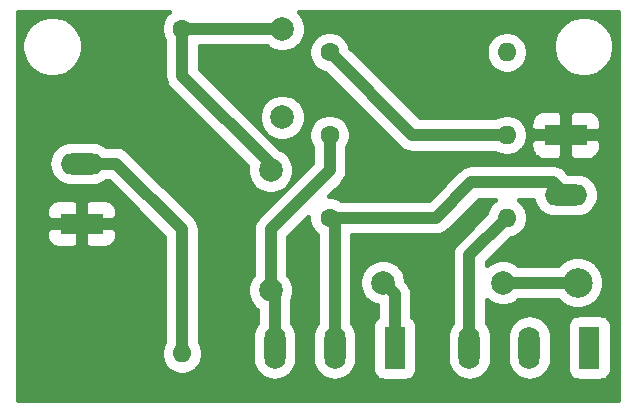
<source format=gbr>
%TF.GenerationSoftware,KiCad,Pcbnew,(5.1.5-0-10_14)*%
%TF.CreationDate,2020-09-13T21:22:45+01:00*%
%TF.ProjectId,BoneRayPCB,426f6e65-5261-4795-9043-422e6b696361,rev?*%
%TF.SameCoordinates,Original*%
%TF.FileFunction,Copper,L2,Bot*%
%TF.FilePolarity,Positive*%
%FSLAX46Y46*%
G04 Gerber Fmt 4.6, Leading zero omitted, Abs format (unit mm)*
G04 Created by KiCad (PCBNEW (5.1.5-0-10_14)) date 2020-09-13 21:22:45*
%MOMM*%
%LPD*%
G04 APERTURE LIST*
%ADD10C,1.998980*%
%ADD11R,3.600000X1.800000*%
%ADD12O,3.600000X1.800000*%
%ADD13R,1.800000X3.600000*%
%ADD14O,1.800000X3.600000*%
%ADD15C,2.499360*%
%ADD16C,2.000000*%
%ADD17C,1.600000*%
%ADD18O,1.600000X1.600000*%
%ADD19C,1.000000*%
%ADD20C,0.400000*%
G04 APERTURE END LIST*
D10*
X182500000Y-111500000D03*
X182500000Y-121660000D03*
D11*
X166500000Y-116000000D03*
D12*
X166500000Y-110920000D03*
D11*
X207500000Y-108500000D03*
D12*
X207500000Y-113580000D03*
D10*
X192000000Y-121000000D03*
X202160000Y-121000000D03*
D13*
X193000000Y-126500000D03*
D14*
X187920000Y-126500000D03*
X182840000Y-126500000D03*
D13*
X209500000Y-126500000D03*
D14*
X204420000Y-126500000D03*
X199340000Y-126500000D03*
D15*
X208500000Y-121000000D03*
D16*
X183500000Y-99500000D03*
X183500000Y-107000000D03*
D17*
X175000000Y-99500000D03*
D18*
X175000000Y-127000000D03*
D17*
X187500000Y-108500000D03*
D18*
X202500000Y-108500000D03*
D17*
X187500000Y-101500000D03*
D18*
X202500000Y-101500000D03*
D17*
X187500000Y-115500000D03*
D18*
X202500000Y-115500000D03*
D19*
X175000000Y-99500000D02*
X183500000Y-99500000D01*
X182500000Y-111500000D02*
X182500000Y-111000000D01*
X182500000Y-111000000D02*
X175000000Y-103500000D01*
X175000000Y-103500000D02*
X175000000Y-99500000D01*
X193000000Y-126500000D02*
X193000000Y-122000000D01*
X193000000Y-122000000D02*
X192000000Y-121000000D01*
X182840000Y-126500000D02*
X182840000Y-122000000D01*
X182840000Y-122000000D02*
X182500000Y-121660000D01*
X182500000Y-121660000D02*
X182500000Y-116500000D01*
X187500000Y-111500000D02*
X187500000Y-108500000D01*
X182500000Y-116500000D02*
X187500000Y-111500000D01*
X202500000Y-108500000D02*
X194500000Y-108500000D01*
X194500000Y-108500000D02*
X187500000Y-101500000D01*
X202160000Y-121000000D02*
X208500000Y-121000000D01*
X187920000Y-126500000D02*
X187920000Y-115920000D01*
X187920000Y-115920000D02*
X187500000Y-115500000D01*
X187500000Y-115500000D02*
X196500000Y-115500000D01*
X206420000Y-112500000D02*
X207500000Y-113580000D01*
X199500000Y-112500000D02*
X206420000Y-112500000D01*
X196500000Y-115500000D02*
X199500000Y-112500000D01*
X187420000Y-115580000D02*
X187500000Y-115500000D01*
X199340000Y-126500000D02*
X199340000Y-118660000D01*
X199340000Y-118660000D02*
X202500000Y-115500000D01*
X175000000Y-127000000D02*
X175000000Y-116500000D01*
X169420000Y-110920000D02*
X166500000Y-110920000D01*
X175000000Y-116500000D02*
X169420000Y-110920000D01*
D20*
G36*
X173852567Y-98101849D02*
G01*
X173601849Y-98352567D01*
X173404861Y-98647380D01*
X173269173Y-98974959D01*
X173200000Y-99322716D01*
X173200000Y-99677284D01*
X173269173Y-100025041D01*
X173404861Y-100352620D01*
X173500001Y-100495007D01*
X173500000Y-103426319D01*
X173492743Y-103500000D01*
X173500000Y-103573679D01*
X173521705Y-103794050D01*
X173607476Y-104076801D01*
X173746762Y-104337386D01*
X173934208Y-104565792D01*
X173991450Y-104612769D01*
X180530579Y-111151899D01*
X180500510Y-111303067D01*
X180500510Y-111696933D01*
X180577349Y-112083230D01*
X180728075Y-112447114D01*
X180946894Y-112774601D01*
X181225399Y-113053106D01*
X181552886Y-113271925D01*
X181916770Y-113422651D01*
X182303067Y-113499490D01*
X182696933Y-113499490D01*
X183083230Y-113422651D01*
X183447114Y-113271925D01*
X183774601Y-113053106D01*
X184053106Y-112774601D01*
X184271925Y-112447114D01*
X184422651Y-112083230D01*
X184499490Y-111696933D01*
X184499490Y-111303067D01*
X184422651Y-110916770D01*
X184271925Y-110552886D01*
X184053106Y-110225399D01*
X183774601Y-109946894D01*
X183447114Y-109728075D01*
X183280297Y-109658977D01*
X180424337Y-106803017D01*
X181500000Y-106803017D01*
X181500000Y-107196983D01*
X181576859Y-107583378D01*
X181727623Y-107947355D01*
X181946499Y-108274926D01*
X182225074Y-108553501D01*
X182552645Y-108772377D01*
X182916622Y-108923141D01*
X183303017Y-109000000D01*
X183696983Y-109000000D01*
X184083378Y-108923141D01*
X184447355Y-108772377D01*
X184774926Y-108553501D01*
X185053501Y-108274926D01*
X185272377Y-107947355D01*
X185423141Y-107583378D01*
X185500000Y-107196983D01*
X185500000Y-106803017D01*
X185423141Y-106416622D01*
X185272377Y-106052645D01*
X185053501Y-105725074D01*
X184774926Y-105446499D01*
X184447355Y-105227623D01*
X184083378Y-105076859D01*
X183696983Y-105000000D01*
X183303017Y-105000000D01*
X182916622Y-105076859D01*
X182552645Y-105227623D01*
X182225074Y-105446499D01*
X181946499Y-105725074D01*
X181727623Y-106052645D01*
X181576859Y-106416622D01*
X181500000Y-106803017D01*
X180424337Y-106803017D01*
X176500000Y-102878681D01*
X176500000Y-101000000D01*
X182171573Y-101000000D01*
X182225074Y-101053501D01*
X182552645Y-101272377D01*
X182916622Y-101423141D01*
X183303017Y-101500000D01*
X183696983Y-101500000D01*
X184083378Y-101423141D01*
X184325825Y-101322716D01*
X185700000Y-101322716D01*
X185700000Y-101677284D01*
X185769173Y-102025041D01*
X185904861Y-102352620D01*
X186101849Y-102647433D01*
X186352567Y-102898151D01*
X186647380Y-103095139D01*
X186974959Y-103230827D01*
X187142917Y-103264236D01*
X193387235Y-109508555D01*
X193434208Y-109565792D01*
X193662613Y-109753238D01*
X193923198Y-109892524D01*
X194060613Y-109934208D01*
X194205948Y-109978295D01*
X194500000Y-110007257D01*
X194573680Y-110000000D01*
X201504995Y-110000000D01*
X201647380Y-110095139D01*
X201974959Y-110230827D01*
X202322716Y-110300000D01*
X202677284Y-110300000D01*
X203025041Y-110230827D01*
X203352620Y-110095139D01*
X203647433Y-109898151D01*
X203898151Y-109647433D01*
X204063480Y-109400000D01*
X204494194Y-109400000D01*
X204517363Y-109635241D01*
X204585981Y-109861442D01*
X204697409Y-110069910D01*
X204847366Y-110252634D01*
X205030090Y-110402591D01*
X205238558Y-110514019D01*
X205464759Y-110582637D01*
X205700000Y-110605806D01*
X206900000Y-110600000D01*
X207200000Y-110300000D01*
X207200000Y-108800000D01*
X207800000Y-108800000D01*
X207800000Y-110300000D01*
X208100000Y-110600000D01*
X209300000Y-110605806D01*
X209535241Y-110582637D01*
X209761442Y-110514019D01*
X209969910Y-110402591D01*
X210152634Y-110252634D01*
X210302591Y-110069910D01*
X210414019Y-109861442D01*
X210482637Y-109635241D01*
X210505806Y-109400000D01*
X210500000Y-109100000D01*
X210200000Y-108800000D01*
X207800000Y-108800000D01*
X207200000Y-108800000D01*
X204800000Y-108800000D01*
X204500000Y-109100000D01*
X204494194Y-109400000D01*
X204063480Y-109400000D01*
X204095139Y-109352620D01*
X204230827Y-109025041D01*
X204300000Y-108677284D01*
X204300000Y-108322716D01*
X204230827Y-107974959D01*
X204095139Y-107647380D01*
X204063481Y-107600000D01*
X204494194Y-107600000D01*
X204500000Y-107900000D01*
X204800000Y-108200000D01*
X207200000Y-108200000D01*
X207200000Y-106700000D01*
X207800000Y-106700000D01*
X207800000Y-108200000D01*
X210200000Y-108200000D01*
X210500000Y-107900000D01*
X210505806Y-107600000D01*
X210482637Y-107364759D01*
X210414019Y-107138558D01*
X210302591Y-106930090D01*
X210152634Y-106747366D01*
X209969910Y-106597409D01*
X209761442Y-106485981D01*
X209535241Y-106417363D01*
X209300000Y-106394194D01*
X208100000Y-106400000D01*
X207800000Y-106700000D01*
X207200000Y-106700000D01*
X206900000Y-106400000D01*
X205700000Y-106394194D01*
X205464759Y-106417363D01*
X205238558Y-106485981D01*
X205030090Y-106597409D01*
X204847366Y-106747366D01*
X204697409Y-106930090D01*
X204585981Y-107138558D01*
X204517363Y-107364759D01*
X204494194Y-107600000D01*
X204063481Y-107600000D01*
X203898151Y-107352567D01*
X203647433Y-107101849D01*
X203352620Y-106904861D01*
X203025041Y-106769173D01*
X202677284Y-106700000D01*
X202322716Y-106700000D01*
X201974959Y-106769173D01*
X201647380Y-106904861D01*
X201504995Y-107000000D01*
X195121320Y-107000000D01*
X189444036Y-101322716D01*
X200700000Y-101322716D01*
X200700000Y-101677284D01*
X200769173Y-102025041D01*
X200904861Y-102352620D01*
X201101849Y-102647433D01*
X201352567Y-102898151D01*
X201647380Y-103095139D01*
X201974959Y-103230827D01*
X202322716Y-103300000D01*
X202677284Y-103300000D01*
X203025041Y-103230827D01*
X203352620Y-103095139D01*
X203647433Y-102898151D01*
X203898151Y-102647433D01*
X204095139Y-102352620D01*
X204230827Y-102025041D01*
X204300000Y-101677284D01*
X204300000Y-101322716D01*
X204230827Y-100974959D01*
X204135129Y-100743922D01*
X206400000Y-100743922D01*
X206400000Y-101256078D01*
X206499917Y-101758392D01*
X206695910Y-102231562D01*
X206980448Y-102657403D01*
X207342597Y-103019552D01*
X207768438Y-103304090D01*
X208241608Y-103500083D01*
X208743922Y-103600000D01*
X209256078Y-103600000D01*
X209758392Y-103500083D01*
X210231562Y-103304090D01*
X210657403Y-103019552D01*
X211019552Y-102657403D01*
X211304090Y-102231562D01*
X211500083Y-101758392D01*
X211600000Y-101256078D01*
X211600000Y-100743922D01*
X211500083Y-100241608D01*
X211304090Y-99768438D01*
X211019552Y-99342597D01*
X210657403Y-98980448D01*
X210231562Y-98695910D01*
X209758392Y-98499917D01*
X209256078Y-98400000D01*
X208743922Y-98400000D01*
X208241608Y-98499917D01*
X207768438Y-98695910D01*
X207342597Y-98980448D01*
X206980448Y-99342597D01*
X206695910Y-99768438D01*
X206499917Y-100241608D01*
X206400000Y-100743922D01*
X204135129Y-100743922D01*
X204095139Y-100647380D01*
X203898151Y-100352567D01*
X203647433Y-100101849D01*
X203352620Y-99904861D01*
X203025041Y-99769173D01*
X202677284Y-99700000D01*
X202322716Y-99700000D01*
X201974959Y-99769173D01*
X201647380Y-99904861D01*
X201352567Y-100101849D01*
X201101849Y-100352567D01*
X200904861Y-100647380D01*
X200769173Y-100974959D01*
X200700000Y-101322716D01*
X189444036Y-101322716D01*
X189264236Y-101142917D01*
X189230827Y-100974959D01*
X189095139Y-100647380D01*
X188898151Y-100352567D01*
X188647433Y-100101849D01*
X188352620Y-99904861D01*
X188025041Y-99769173D01*
X187677284Y-99700000D01*
X187322716Y-99700000D01*
X186974959Y-99769173D01*
X186647380Y-99904861D01*
X186352567Y-100101849D01*
X186101849Y-100352567D01*
X185904861Y-100647380D01*
X185769173Y-100974959D01*
X185700000Y-101322716D01*
X184325825Y-101322716D01*
X184447355Y-101272377D01*
X184774926Y-101053501D01*
X185053501Y-100774926D01*
X185272377Y-100447355D01*
X185423141Y-100083378D01*
X185500000Y-99696983D01*
X185500000Y-99303017D01*
X185423141Y-98916622D01*
X185272377Y-98552645D01*
X185053501Y-98225074D01*
X184903427Y-98075000D01*
X211925000Y-98075000D01*
X211925001Y-130925000D01*
X161075000Y-130925000D01*
X161075000Y-116900000D01*
X163494194Y-116900000D01*
X163517363Y-117135241D01*
X163585981Y-117361442D01*
X163697409Y-117569910D01*
X163847366Y-117752634D01*
X164030090Y-117902591D01*
X164238558Y-118014019D01*
X164464759Y-118082637D01*
X164700000Y-118105806D01*
X165900000Y-118100000D01*
X166200000Y-117800000D01*
X166200000Y-116300000D01*
X166800000Y-116300000D01*
X166800000Y-117800000D01*
X167100000Y-118100000D01*
X168300000Y-118105806D01*
X168535241Y-118082637D01*
X168761442Y-118014019D01*
X168969910Y-117902591D01*
X169152634Y-117752634D01*
X169302591Y-117569910D01*
X169414019Y-117361442D01*
X169482637Y-117135241D01*
X169505806Y-116900000D01*
X169500000Y-116600000D01*
X169200000Y-116300000D01*
X166800000Y-116300000D01*
X166200000Y-116300000D01*
X163800000Y-116300000D01*
X163500000Y-116600000D01*
X163494194Y-116900000D01*
X161075000Y-116900000D01*
X161075000Y-115100000D01*
X163494194Y-115100000D01*
X163500000Y-115400000D01*
X163800000Y-115700000D01*
X166200000Y-115700000D01*
X166200000Y-114200000D01*
X166800000Y-114200000D01*
X166800000Y-115700000D01*
X169200000Y-115700000D01*
X169500000Y-115400000D01*
X169505806Y-115100000D01*
X169482637Y-114864759D01*
X169414019Y-114638558D01*
X169302591Y-114430090D01*
X169152634Y-114247366D01*
X168969910Y-114097409D01*
X168761442Y-113985981D01*
X168535241Y-113917363D01*
X168300000Y-113894194D01*
X167100000Y-113900000D01*
X166800000Y-114200000D01*
X166200000Y-114200000D01*
X165900000Y-113900000D01*
X164700000Y-113894194D01*
X164464759Y-113917363D01*
X164238558Y-113985981D01*
X164030090Y-114097409D01*
X163847366Y-114247366D01*
X163697409Y-114430090D01*
X163585981Y-114638558D01*
X163517363Y-114864759D01*
X163494194Y-115100000D01*
X161075000Y-115100000D01*
X161075000Y-110920000D01*
X163690807Y-110920000D01*
X163727492Y-111292465D01*
X163836136Y-111650617D01*
X164012564Y-111980691D01*
X164249997Y-112270003D01*
X164539309Y-112507436D01*
X164869383Y-112683864D01*
X165227535Y-112792508D01*
X165506663Y-112820000D01*
X167493337Y-112820000D01*
X167772465Y-112792508D01*
X168130617Y-112683864D01*
X168460691Y-112507436D01*
X168567232Y-112420000D01*
X168798681Y-112420000D01*
X173500001Y-117121322D01*
X173500000Y-126004994D01*
X173404861Y-126147380D01*
X173269173Y-126474959D01*
X173200000Y-126822716D01*
X173200000Y-127177284D01*
X173269173Y-127525041D01*
X173404861Y-127852620D01*
X173601849Y-128147433D01*
X173852567Y-128398151D01*
X174147380Y-128595139D01*
X174474959Y-128730827D01*
X174822716Y-128800000D01*
X175177284Y-128800000D01*
X175525041Y-128730827D01*
X175852620Y-128595139D01*
X176147433Y-128398151D01*
X176398151Y-128147433D01*
X176595139Y-127852620D01*
X176730827Y-127525041D01*
X176800000Y-127177284D01*
X176800000Y-126822716D01*
X176730827Y-126474959D01*
X176595139Y-126147380D01*
X176500000Y-126004995D01*
X176500000Y-121463067D01*
X180500510Y-121463067D01*
X180500510Y-121856933D01*
X180577349Y-122243230D01*
X180728075Y-122607114D01*
X180946894Y-122934601D01*
X181225399Y-123213106D01*
X181340001Y-123289680D01*
X181340000Y-124432769D01*
X181252565Y-124539309D01*
X181076137Y-124869383D01*
X180967493Y-125227535D01*
X180940000Y-125506663D01*
X180940000Y-127493336D01*
X180967492Y-127772464D01*
X181076136Y-128130616D01*
X181252564Y-128460691D01*
X181489997Y-128750003D01*
X181779309Y-128987436D01*
X182109383Y-129163864D01*
X182467535Y-129272508D01*
X182840000Y-129309193D01*
X183212464Y-129272508D01*
X183570616Y-129163864D01*
X183900691Y-128987436D01*
X184190003Y-128750003D01*
X184427436Y-128460691D01*
X184603864Y-128130617D01*
X184712508Y-127772465D01*
X184740000Y-127493337D01*
X184740000Y-125506663D01*
X184712508Y-125227535D01*
X184603864Y-124869383D01*
X184427436Y-124539309D01*
X184340000Y-124432768D01*
X184340000Y-122442767D01*
X184422651Y-122243230D01*
X184499490Y-121856933D01*
X184499490Y-121463067D01*
X184422651Y-121076770D01*
X184271925Y-120712886D01*
X184053106Y-120385399D01*
X184000000Y-120332293D01*
X184000000Y-117121319D01*
X185700000Y-115421319D01*
X185700000Y-115677284D01*
X185769173Y-116025041D01*
X185904861Y-116352620D01*
X186101849Y-116647433D01*
X186352567Y-116898151D01*
X186420001Y-116943209D01*
X186420000Y-124432769D01*
X186332565Y-124539309D01*
X186156137Y-124869383D01*
X186047493Y-125227535D01*
X186020000Y-125506663D01*
X186020000Y-127493336D01*
X186047492Y-127772464D01*
X186156136Y-128130616D01*
X186332564Y-128460691D01*
X186569997Y-128750003D01*
X186859309Y-128987436D01*
X187189383Y-129163864D01*
X187547535Y-129272508D01*
X187920000Y-129309193D01*
X188292464Y-129272508D01*
X188650616Y-129163864D01*
X188980691Y-128987436D01*
X189270003Y-128750003D01*
X189507436Y-128460691D01*
X189683864Y-128130617D01*
X189792508Y-127772465D01*
X189820000Y-127493337D01*
X189820000Y-125506663D01*
X189792508Y-125227535D01*
X189683864Y-124869383D01*
X189507436Y-124539309D01*
X189420000Y-124432768D01*
X189420000Y-120803067D01*
X190000510Y-120803067D01*
X190000510Y-121196933D01*
X190077349Y-121583230D01*
X190228075Y-121947114D01*
X190446894Y-122274601D01*
X190725399Y-122553106D01*
X191052886Y-122771925D01*
X191416770Y-122922651D01*
X191500001Y-122939207D01*
X191500001Y-123898764D01*
X191389472Y-123989472D01*
X191264508Y-124141742D01*
X191171651Y-124315465D01*
X191114470Y-124503966D01*
X191095162Y-124700000D01*
X191095162Y-128300000D01*
X191114470Y-128496034D01*
X191171651Y-128684535D01*
X191264508Y-128858258D01*
X191389472Y-129010528D01*
X191541742Y-129135492D01*
X191715465Y-129228349D01*
X191903966Y-129285530D01*
X192100000Y-129304838D01*
X193900000Y-129304838D01*
X194096034Y-129285530D01*
X194284535Y-129228349D01*
X194458258Y-129135492D01*
X194610528Y-129010528D01*
X194735492Y-128858258D01*
X194828349Y-128684535D01*
X194885530Y-128496034D01*
X194904838Y-128300000D01*
X194904838Y-124700000D01*
X194885530Y-124503966D01*
X194828349Y-124315465D01*
X194735492Y-124141742D01*
X194610528Y-123989472D01*
X194500000Y-123898765D01*
X194500000Y-122073680D01*
X194507257Y-122000000D01*
X194478295Y-121705949D01*
X194392524Y-121423197D01*
X194253238Y-121162613D01*
X194188064Y-121083198D01*
X194065792Y-120934208D01*
X194008555Y-120887235D01*
X193999490Y-120878170D01*
X193999490Y-120803067D01*
X193922651Y-120416770D01*
X193771925Y-120052886D01*
X193553106Y-119725399D01*
X193274601Y-119446894D01*
X192947114Y-119228075D01*
X192583230Y-119077349D01*
X192196933Y-119000510D01*
X191803067Y-119000510D01*
X191416770Y-119077349D01*
X191052886Y-119228075D01*
X190725399Y-119446894D01*
X190446894Y-119725399D01*
X190228075Y-120052886D01*
X190077349Y-120416770D01*
X190000510Y-120803067D01*
X189420000Y-120803067D01*
X189420000Y-117000000D01*
X196426320Y-117000000D01*
X196500000Y-117007257D01*
X196573680Y-117000000D01*
X196794051Y-116978295D01*
X197076802Y-116892524D01*
X197337387Y-116753238D01*
X197565792Y-116565792D01*
X197612769Y-116508550D01*
X200121321Y-114000000D01*
X201504995Y-114000000D01*
X201352567Y-114101849D01*
X201101849Y-114352567D01*
X200904861Y-114647380D01*
X200769173Y-114974959D01*
X200735764Y-115142916D01*
X198331445Y-117547236D01*
X198274209Y-117594208D01*
X198086763Y-117822613D01*
X197984454Y-118014019D01*
X197947477Y-118083198D01*
X197861705Y-118365949D01*
X197832743Y-118660000D01*
X197840001Y-118733690D01*
X197840000Y-124432769D01*
X197752565Y-124539309D01*
X197576137Y-124869383D01*
X197467493Y-125227535D01*
X197440000Y-125506663D01*
X197440000Y-127493336D01*
X197467492Y-127772464D01*
X197576136Y-128130616D01*
X197752564Y-128460691D01*
X197989997Y-128750003D01*
X198279309Y-128987436D01*
X198609383Y-129163864D01*
X198967535Y-129272508D01*
X199340000Y-129309193D01*
X199712464Y-129272508D01*
X200070616Y-129163864D01*
X200400691Y-128987436D01*
X200690003Y-128750003D01*
X200927436Y-128460691D01*
X201103864Y-128130617D01*
X201212508Y-127772465D01*
X201240000Y-127493337D01*
X201240000Y-125506663D01*
X202520000Y-125506663D01*
X202520000Y-127493336D01*
X202547492Y-127772464D01*
X202656136Y-128130616D01*
X202832564Y-128460691D01*
X203069997Y-128750003D01*
X203359309Y-128987436D01*
X203689383Y-129163864D01*
X204047535Y-129272508D01*
X204420000Y-129309193D01*
X204792464Y-129272508D01*
X205150616Y-129163864D01*
X205480691Y-128987436D01*
X205770003Y-128750003D01*
X206007436Y-128460691D01*
X206183864Y-128130617D01*
X206292508Y-127772465D01*
X206320000Y-127493337D01*
X206320000Y-125506663D01*
X206292508Y-125227535D01*
X206183864Y-124869383D01*
X206093328Y-124700000D01*
X207595162Y-124700000D01*
X207595162Y-128300000D01*
X207614470Y-128496034D01*
X207671651Y-128684535D01*
X207764508Y-128858258D01*
X207889472Y-129010528D01*
X208041742Y-129135492D01*
X208215465Y-129228349D01*
X208403966Y-129285530D01*
X208600000Y-129304838D01*
X210400000Y-129304838D01*
X210596034Y-129285530D01*
X210784535Y-129228349D01*
X210958258Y-129135492D01*
X211110528Y-129010528D01*
X211235492Y-128858258D01*
X211328349Y-128684535D01*
X211385530Y-128496034D01*
X211404838Y-128300000D01*
X211404838Y-124700000D01*
X211385530Y-124503966D01*
X211328349Y-124315465D01*
X211235492Y-124141742D01*
X211110528Y-123989472D01*
X210958258Y-123864508D01*
X210784535Y-123771651D01*
X210596034Y-123714470D01*
X210400000Y-123695162D01*
X208600000Y-123695162D01*
X208403966Y-123714470D01*
X208215465Y-123771651D01*
X208041742Y-123864508D01*
X207889472Y-123989472D01*
X207764508Y-124141742D01*
X207671651Y-124315465D01*
X207614470Y-124503966D01*
X207595162Y-124700000D01*
X206093328Y-124700000D01*
X206007436Y-124539309D01*
X205770003Y-124249997D01*
X205480691Y-124012564D01*
X205150617Y-123836136D01*
X204792465Y-123727492D01*
X204420000Y-123690807D01*
X204047536Y-123727492D01*
X203689384Y-123836136D01*
X203359310Y-124012564D01*
X203069998Y-124249997D01*
X202832565Y-124539309D01*
X202656137Y-124869383D01*
X202547493Y-125227535D01*
X202520000Y-125506663D01*
X201240000Y-125506663D01*
X201212508Y-125227535D01*
X201103864Y-124869383D01*
X200927436Y-124539309D01*
X200840000Y-124432768D01*
X200840000Y-122507707D01*
X200885399Y-122553106D01*
X201212886Y-122771925D01*
X201576770Y-122922651D01*
X201963067Y-122999490D01*
X202356933Y-122999490D01*
X202743230Y-122922651D01*
X203107114Y-122771925D01*
X203434601Y-122553106D01*
X203487707Y-122500000D01*
X206818473Y-122500000D01*
X207065913Y-122747440D01*
X207434377Y-122993640D01*
X207843793Y-123163226D01*
X208278426Y-123249680D01*
X208721574Y-123249680D01*
X209156207Y-123163226D01*
X209565623Y-122993640D01*
X209934087Y-122747440D01*
X210247440Y-122434087D01*
X210493640Y-122065623D01*
X210663226Y-121656207D01*
X210749680Y-121221574D01*
X210749680Y-120778426D01*
X210663226Y-120343793D01*
X210493640Y-119934377D01*
X210247440Y-119565913D01*
X209934087Y-119252560D01*
X209565623Y-119006360D01*
X209156207Y-118836774D01*
X208721574Y-118750320D01*
X208278426Y-118750320D01*
X207843793Y-118836774D01*
X207434377Y-119006360D01*
X207065913Y-119252560D01*
X206818473Y-119500000D01*
X203487707Y-119500000D01*
X203434601Y-119446894D01*
X203107114Y-119228075D01*
X202743230Y-119077349D01*
X202356933Y-119000510D01*
X201963067Y-119000510D01*
X201576770Y-119077349D01*
X201212886Y-119228075D01*
X200885399Y-119446894D01*
X200840000Y-119492293D01*
X200840000Y-119281319D01*
X202857084Y-117264236D01*
X203025041Y-117230827D01*
X203352620Y-117095139D01*
X203647433Y-116898151D01*
X203898151Y-116647433D01*
X204095139Y-116352620D01*
X204230827Y-116025041D01*
X204300000Y-115677284D01*
X204300000Y-115322716D01*
X204230827Y-114974959D01*
X204095139Y-114647380D01*
X203898151Y-114352567D01*
X203647433Y-114101849D01*
X203495005Y-114000000D01*
X204741912Y-114000000D01*
X204836136Y-114310617D01*
X205012564Y-114640691D01*
X205249997Y-114930003D01*
X205539309Y-115167436D01*
X205869383Y-115343864D01*
X206227535Y-115452508D01*
X206506663Y-115480000D01*
X208493337Y-115480000D01*
X208772465Y-115452508D01*
X209130617Y-115343864D01*
X209460691Y-115167436D01*
X209750003Y-114930003D01*
X209987436Y-114640691D01*
X210163864Y-114310617D01*
X210272508Y-113952465D01*
X210309193Y-113580000D01*
X210272508Y-113207535D01*
X210163864Y-112849383D01*
X209987436Y-112519309D01*
X209750003Y-112229997D01*
X209460691Y-111992564D01*
X209130617Y-111816136D01*
X208772465Y-111707492D01*
X208493337Y-111680000D01*
X207721319Y-111680000D01*
X207532768Y-111491449D01*
X207485792Y-111434208D01*
X207257387Y-111246762D01*
X206996802Y-111107476D01*
X206714051Y-111021705D01*
X206493680Y-111000000D01*
X206420000Y-110992743D01*
X206346320Y-111000000D01*
X199573680Y-111000000D01*
X199500000Y-110992743D01*
X199426320Y-111000000D01*
X199205949Y-111021705D01*
X198923198Y-111107476D01*
X198662613Y-111246762D01*
X198434208Y-111434208D01*
X198387240Y-111491439D01*
X195878681Y-114000000D01*
X188495005Y-114000000D01*
X188352620Y-113904861D01*
X188025041Y-113769173D01*
X187677284Y-113700000D01*
X187421320Y-113700000D01*
X188508557Y-112612763D01*
X188565792Y-112565792D01*
X188753238Y-112337387D01*
X188892524Y-112076802D01*
X188978295Y-111794051D01*
X189000000Y-111573680D01*
X189000000Y-111573679D01*
X189007257Y-111500000D01*
X189000000Y-111426320D01*
X189000000Y-109495005D01*
X189095139Y-109352620D01*
X189230827Y-109025041D01*
X189300000Y-108677284D01*
X189300000Y-108322716D01*
X189230827Y-107974959D01*
X189095139Y-107647380D01*
X188898151Y-107352567D01*
X188647433Y-107101849D01*
X188352620Y-106904861D01*
X188025041Y-106769173D01*
X187677284Y-106700000D01*
X187322716Y-106700000D01*
X186974959Y-106769173D01*
X186647380Y-106904861D01*
X186352567Y-107101849D01*
X186101849Y-107352567D01*
X185904861Y-107647380D01*
X185769173Y-107974959D01*
X185700000Y-108322716D01*
X185700000Y-108677284D01*
X185769173Y-109025041D01*
X185904861Y-109352620D01*
X186000001Y-109495006D01*
X186000000Y-110878680D01*
X181491445Y-115387236D01*
X181434209Y-115434208D01*
X181246763Y-115662613D01*
X181176508Y-115794051D01*
X181107477Y-115923198D01*
X181021705Y-116205949D01*
X180992743Y-116500000D01*
X181000001Y-116573690D01*
X181000000Y-120332293D01*
X180946894Y-120385399D01*
X180728075Y-120712886D01*
X180577349Y-121076770D01*
X180500510Y-121463067D01*
X176500000Y-121463067D01*
X176500000Y-116573680D01*
X176507257Y-116500000D01*
X176478295Y-116205949D01*
X176392524Y-115923198D01*
X176253238Y-115662613D01*
X176065792Y-115434208D01*
X176008561Y-115387240D01*
X170532769Y-109911450D01*
X170485792Y-109854208D01*
X170257387Y-109666762D01*
X169996802Y-109527476D01*
X169714051Y-109441705D01*
X169493680Y-109420000D01*
X169420000Y-109412743D01*
X169346320Y-109420000D01*
X168567232Y-109420000D01*
X168460691Y-109332564D01*
X168130617Y-109156136D01*
X167772465Y-109047492D01*
X167493337Y-109020000D01*
X165506663Y-109020000D01*
X165227535Y-109047492D01*
X164869383Y-109156136D01*
X164539309Y-109332564D01*
X164249997Y-109569997D01*
X164012564Y-109859309D01*
X163836136Y-110189383D01*
X163727492Y-110547535D01*
X163690807Y-110920000D01*
X161075000Y-110920000D01*
X161075000Y-100743922D01*
X161400000Y-100743922D01*
X161400000Y-101256078D01*
X161499917Y-101758392D01*
X161695910Y-102231562D01*
X161980448Y-102657403D01*
X162342597Y-103019552D01*
X162768438Y-103304090D01*
X163241608Y-103500083D01*
X163743922Y-103600000D01*
X164256078Y-103600000D01*
X164758392Y-103500083D01*
X165231562Y-103304090D01*
X165657403Y-103019552D01*
X166019552Y-102657403D01*
X166304090Y-102231562D01*
X166500083Y-101758392D01*
X166600000Y-101256078D01*
X166600000Y-100743922D01*
X166500083Y-100241608D01*
X166304090Y-99768438D01*
X166019552Y-99342597D01*
X165657403Y-98980448D01*
X165231562Y-98695910D01*
X164758392Y-98499917D01*
X164256078Y-98400000D01*
X163743922Y-98400000D01*
X163241608Y-98499917D01*
X162768438Y-98695910D01*
X162342597Y-98980448D01*
X161980448Y-99342597D01*
X161695910Y-99768438D01*
X161499917Y-100241608D01*
X161400000Y-100743922D01*
X161075000Y-100743922D01*
X161075000Y-98075000D01*
X173892749Y-98075000D01*
X173852567Y-98101849D01*
G37*
X173852567Y-98101849D02*
X173601849Y-98352567D01*
X173404861Y-98647380D01*
X173269173Y-98974959D01*
X173200000Y-99322716D01*
X173200000Y-99677284D01*
X173269173Y-100025041D01*
X173404861Y-100352620D01*
X173500001Y-100495007D01*
X173500000Y-103426319D01*
X173492743Y-103500000D01*
X173500000Y-103573679D01*
X173521705Y-103794050D01*
X173607476Y-104076801D01*
X173746762Y-104337386D01*
X173934208Y-104565792D01*
X173991450Y-104612769D01*
X180530579Y-111151899D01*
X180500510Y-111303067D01*
X180500510Y-111696933D01*
X180577349Y-112083230D01*
X180728075Y-112447114D01*
X180946894Y-112774601D01*
X181225399Y-113053106D01*
X181552886Y-113271925D01*
X181916770Y-113422651D01*
X182303067Y-113499490D01*
X182696933Y-113499490D01*
X183083230Y-113422651D01*
X183447114Y-113271925D01*
X183774601Y-113053106D01*
X184053106Y-112774601D01*
X184271925Y-112447114D01*
X184422651Y-112083230D01*
X184499490Y-111696933D01*
X184499490Y-111303067D01*
X184422651Y-110916770D01*
X184271925Y-110552886D01*
X184053106Y-110225399D01*
X183774601Y-109946894D01*
X183447114Y-109728075D01*
X183280297Y-109658977D01*
X180424337Y-106803017D01*
X181500000Y-106803017D01*
X181500000Y-107196983D01*
X181576859Y-107583378D01*
X181727623Y-107947355D01*
X181946499Y-108274926D01*
X182225074Y-108553501D01*
X182552645Y-108772377D01*
X182916622Y-108923141D01*
X183303017Y-109000000D01*
X183696983Y-109000000D01*
X184083378Y-108923141D01*
X184447355Y-108772377D01*
X184774926Y-108553501D01*
X185053501Y-108274926D01*
X185272377Y-107947355D01*
X185423141Y-107583378D01*
X185500000Y-107196983D01*
X185500000Y-106803017D01*
X185423141Y-106416622D01*
X185272377Y-106052645D01*
X185053501Y-105725074D01*
X184774926Y-105446499D01*
X184447355Y-105227623D01*
X184083378Y-105076859D01*
X183696983Y-105000000D01*
X183303017Y-105000000D01*
X182916622Y-105076859D01*
X182552645Y-105227623D01*
X182225074Y-105446499D01*
X181946499Y-105725074D01*
X181727623Y-106052645D01*
X181576859Y-106416622D01*
X181500000Y-106803017D01*
X180424337Y-106803017D01*
X176500000Y-102878681D01*
X176500000Y-101000000D01*
X182171573Y-101000000D01*
X182225074Y-101053501D01*
X182552645Y-101272377D01*
X182916622Y-101423141D01*
X183303017Y-101500000D01*
X183696983Y-101500000D01*
X184083378Y-101423141D01*
X184325825Y-101322716D01*
X185700000Y-101322716D01*
X185700000Y-101677284D01*
X185769173Y-102025041D01*
X185904861Y-102352620D01*
X186101849Y-102647433D01*
X186352567Y-102898151D01*
X186647380Y-103095139D01*
X186974959Y-103230827D01*
X187142917Y-103264236D01*
X193387235Y-109508555D01*
X193434208Y-109565792D01*
X193662613Y-109753238D01*
X193923198Y-109892524D01*
X194060613Y-109934208D01*
X194205948Y-109978295D01*
X194500000Y-110007257D01*
X194573680Y-110000000D01*
X201504995Y-110000000D01*
X201647380Y-110095139D01*
X201974959Y-110230827D01*
X202322716Y-110300000D01*
X202677284Y-110300000D01*
X203025041Y-110230827D01*
X203352620Y-110095139D01*
X203647433Y-109898151D01*
X203898151Y-109647433D01*
X204063480Y-109400000D01*
X204494194Y-109400000D01*
X204517363Y-109635241D01*
X204585981Y-109861442D01*
X204697409Y-110069910D01*
X204847366Y-110252634D01*
X205030090Y-110402591D01*
X205238558Y-110514019D01*
X205464759Y-110582637D01*
X205700000Y-110605806D01*
X206900000Y-110600000D01*
X207200000Y-110300000D01*
X207200000Y-108800000D01*
X207800000Y-108800000D01*
X207800000Y-110300000D01*
X208100000Y-110600000D01*
X209300000Y-110605806D01*
X209535241Y-110582637D01*
X209761442Y-110514019D01*
X209969910Y-110402591D01*
X210152634Y-110252634D01*
X210302591Y-110069910D01*
X210414019Y-109861442D01*
X210482637Y-109635241D01*
X210505806Y-109400000D01*
X210500000Y-109100000D01*
X210200000Y-108800000D01*
X207800000Y-108800000D01*
X207200000Y-108800000D01*
X204800000Y-108800000D01*
X204500000Y-109100000D01*
X204494194Y-109400000D01*
X204063480Y-109400000D01*
X204095139Y-109352620D01*
X204230827Y-109025041D01*
X204300000Y-108677284D01*
X204300000Y-108322716D01*
X204230827Y-107974959D01*
X204095139Y-107647380D01*
X204063481Y-107600000D01*
X204494194Y-107600000D01*
X204500000Y-107900000D01*
X204800000Y-108200000D01*
X207200000Y-108200000D01*
X207200000Y-106700000D01*
X207800000Y-106700000D01*
X207800000Y-108200000D01*
X210200000Y-108200000D01*
X210500000Y-107900000D01*
X210505806Y-107600000D01*
X210482637Y-107364759D01*
X210414019Y-107138558D01*
X210302591Y-106930090D01*
X210152634Y-106747366D01*
X209969910Y-106597409D01*
X209761442Y-106485981D01*
X209535241Y-106417363D01*
X209300000Y-106394194D01*
X208100000Y-106400000D01*
X207800000Y-106700000D01*
X207200000Y-106700000D01*
X206900000Y-106400000D01*
X205700000Y-106394194D01*
X205464759Y-106417363D01*
X205238558Y-106485981D01*
X205030090Y-106597409D01*
X204847366Y-106747366D01*
X204697409Y-106930090D01*
X204585981Y-107138558D01*
X204517363Y-107364759D01*
X204494194Y-107600000D01*
X204063481Y-107600000D01*
X203898151Y-107352567D01*
X203647433Y-107101849D01*
X203352620Y-106904861D01*
X203025041Y-106769173D01*
X202677284Y-106700000D01*
X202322716Y-106700000D01*
X201974959Y-106769173D01*
X201647380Y-106904861D01*
X201504995Y-107000000D01*
X195121320Y-107000000D01*
X189444036Y-101322716D01*
X200700000Y-101322716D01*
X200700000Y-101677284D01*
X200769173Y-102025041D01*
X200904861Y-102352620D01*
X201101849Y-102647433D01*
X201352567Y-102898151D01*
X201647380Y-103095139D01*
X201974959Y-103230827D01*
X202322716Y-103300000D01*
X202677284Y-103300000D01*
X203025041Y-103230827D01*
X203352620Y-103095139D01*
X203647433Y-102898151D01*
X203898151Y-102647433D01*
X204095139Y-102352620D01*
X204230827Y-102025041D01*
X204300000Y-101677284D01*
X204300000Y-101322716D01*
X204230827Y-100974959D01*
X204135129Y-100743922D01*
X206400000Y-100743922D01*
X206400000Y-101256078D01*
X206499917Y-101758392D01*
X206695910Y-102231562D01*
X206980448Y-102657403D01*
X207342597Y-103019552D01*
X207768438Y-103304090D01*
X208241608Y-103500083D01*
X208743922Y-103600000D01*
X209256078Y-103600000D01*
X209758392Y-103500083D01*
X210231562Y-103304090D01*
X210657403Y-103019552D01*
X211019552Y-102657403D01*
X211304090Y-102231562D01*
X211500083Y-101758392D01*
X211600000Y-101256078D01*
X211600000Y-100743922D01*
X211500083Y-100241608D01*
X211304090Y-99768438D01*
X211019552Y-99342597D01*
X210657403Y-98980448D01*
X210231562Y-98695910D01*
X209758392Y-98499917D01*
X209256078Y-98400000D01*
X208743922Y-98400000D01*
X208241608Y-98499917D01*
X207768438Y-98695910D01*
X207342597Y-98980448D01*
X206980448Y-99342597D01*
X206695910Y-99768438D01*
X206499917Y-100241608D01*
X206400000Y-100743922D01*
X204135129Y-100743922D01*
X204095139Y-100647380D01*
X203898151Y-100352567D01*
X203647433Y-100101849D01*
X203352620Y-99904861D01*
X203025041Y-99769173D01*
X202677284Y-99700000D01*
X202322716Y-99700000D01*
X201974959Y-99769173D01*
X201647380Y-99904861D01*
X201352567Y-100101849D01*
X201101849Y-100352567D01*
X200904861Y-100647380D01*
X200769173Y-100974959D01*
X200700000Y-101322716D01*
X189444036Y-101322716D01*
X189264236Y-101142917D01*
X189230827Y-100974959D01*
X189095139Y-100647380D01*
X188898151Y-100352567D01*
X188647433Y-100101849D01*
X188352620Y-99904861D01*
X188025041Y-99769173D01*
X187677284Y-99700000D01*
X187322716Y-99700000D01*
X186974959Y-99769173D01*
X186647380Y-99904861D01*
X186352567Y-100101849D01*
X186101849Y-100352567D01*
X185904861Y-100647380D01*
X185769173Y-100974959D01*
X185700000Y-101322716D01*
X184325825Y-101322716D01*
X184447355Y-101272377D01*
X184774926Y-101053501D01*
X185053501Y-100774926D01*
X185272377Y-100447355D01*
X185423141Y-100083378D01*
X185500000Y-99696983D01*
X185500000Y-99303017D01*
X185423141Y-98916622D01*
X185272377Y-98552645D01*
X185053501Y-98225074D01*
X184903427Y-98075000D01*
X211925000Y-98075000D01*
X211925001Y-130925000D01*
X161075000Y-130925000D01*
X161075000Y-116900000D01*
X163494194Y-116900000D01*
X163517363Y-117135241D01*
X163585981Y-117361442D01*
X163697409Y-117569910D01*
X163847366Y-117752634D01*
X164030090Y-117902591D01*
X164238558Y-118014019D01*
X164464759Y-118082637D01*
X164700000Y-118105806D01*
X165900000Y-118100000D01*
X166200000Y-117800000D01*
X166200000Y-116300000D01*
X166800000Y-116300000D01*
X166800000Y-117800000D01*
X167100000Y-118100000D01*
X168300000Y-118105806D01*
X168535241Y-118082637D01*
X168761442Y-118014019D01*
X168969910Y-117902591D01*
X169152634Y-117752634D01*
X169302591Y-117569910D01*
X169414019Y-117361442D01*
X169482637Y-117135241D01*
X169505806Y-116900000D01*
X169500000Y-116600000D01*
X169200000Y-116300000D01*
X166800000Y-116300000D01*
X166200000Y-116300000D01*
X163800000Y-116300000D01*
X163500000Y-116600000D01*
X163494194Y-116900000D01*
X161075000Y-116900000D01*
X161075000Y-115100000D01*
X163494194Y-115100000D01*
X163500000Y-115400000D01*
X163800000Y-115700000D01*
X166200000Y-115700000D01*
X166200000Y-114200000D01*
X166800000Y-114200000D01*
X166800000Y-115700000D01*
X169200000Y-115700000D01*
X169500000Y-115400000D01*
X169505806Y-115100000D01*
X169482637Y-114864759D01*
X169414019Y-114638558D01*
X169302591Y-114430090D01*
X169152634Y-114247366D01*
X168969910Y-114097409D01*
X168761442Y-113985981D01*
X168535241Y-113917363D01*
X168300000Y-113894194D01*
X167100000Y-113900000D01*
X166800000Y-114200000D01*
X166200000Y-114200000D01*
X165900000Y-113900000D01*
X164700000Y-113894194D01*
X164464759Y-113917363D01*
X164238558Y-113985981D01*
X164030090Y-114097409D01*
X163847366Y-114247366D01*
X163697409Y-114430090D01*
X163585981Y-114638558D01*
X163517363Y-114864759D01*
X163494194Y-115100000D01*
X161075000Y-115100000D01*
X161075000Y-110920000D01*
X163690807Y-110920000D01*
X163727492Y-111292465D01*
X163836136Y-111650617D01*
X164012564Y-111980691D01*
X164249997Y-112270003D01*
X164539309Y-112507436D01*
X164869383Y-112683864D01*
X165227535Y-112792508D01*
X165506663Y-112820000D01*
X167493337Y-112820000D01*
X167772465Y-112792508D01*
X168130617Y-112683864D01*
X168460691Y-112507436D01*
X168567232Y-112420000D01*
X168798681Y-112420000D01*
X173500001Y-117121322D01*
X173500000Y-126004994D01*
X173404861Y-126147380D01*
X173269173Y-126474959D01*
X173200000Y-126822716D01*
X173200000Y-127177284D01*
X173269173Y-127525041D01*
X173404861Y-127852620D01*
X173601849Y-128147433D01*
X173852567Y-128398151D01*
X174147380Y-128595139D01*
X174474959Y-128730827D01*
X174822716Y-128800000D01*
X175177284Y-128800000D01*
X175525041Y-128730827D01*
X175852620Y-128595139D01*
X176147433Y-128398151D01*
X176398151Y-128147433D01*
X176595139Y-127852620D01*
X176730827Y-127525041D01*
X176800000Y-127177284D01*
X176800000Y-126822716D01*
X176730827Y-126474959D01*
X176595139Y-126147380D01*
X176500000Y-126004995D01*
X176500000Y-121463067D01*
X180500510Y-121463067D01*
X180500510Y-121856933D01*
X180577349Y-122243230D01*
X180728075Y-122607114D01*
X180946894Y-122934601D01*
X181225399Y-123213106D01*
X181340001Y-123289680D01*
X181340000Y-124432769D01*
X181252565Y-124539309D01*
X181076137Y-124869383D01*
X180967493Y-125227535D01*
X180940000Y-125506663D01*
X180940000Y-127493336D01*
X180967492Y-127772464D01*
X181076136Y-128130616D01*
X181252564Y-128460691D01*
X181489997Y-128750003D01*
X181779309Y-128987436D01*
X182109383Y-129163864D01*
X182467535Y-129272508D01*
X182840000Y-129309193D01*
X183212464Y-129272508D01*
X183570616Y-129163864D01*
X183900691Y-128987436D01*
X184190003Y-128750003D01*
X184427436Y-128460691D01*
X184603864Y-128130617D01*
X184712508Y-127772465D01*
X184740000Y-127493337D01*
X184740000Y-125506663D01*
X184712508Y-125227535D01*
X184603864Y-124869383D01*
X184427436Y-124539309D01*
X184340000Y-124432768D01*
X184340000Y-122442767D01*
X184422651Y-122243230D01*
X184499490Y-121856933D01*
X184499490Y-121463067D01*
X184422651Y-121076770D01*
X184271925Y-120712886D01*
X184053106Y-120385399D01*
X184000000Y-120332293D01*
X184000000Y-117121319D01*
X185700000Y-115421319D01*
X185700000Y-115677284D01*
X185769173Y-116025041D01*
X185904861Y-116352620D01*
X186101849Y-116647433D01*
X186352567Y-116898151D01*
X186420001Y-116943209D01*
X186420000Y-124432769D01*
X186332565Y-124539309D01*
X186156137Y-124869383D01*
X186047493Y-125227535D01*
X186020000Y-125506663D01*
X186020000Y-127493336D01*
X186047492Y-127772464D01*
X186156136Y-128130616D01*
X186332564Y-128460691D01*
X186569997Y-128750003D01*
X186859309Y-128987436D01*
X187189383Y-129163864D01*
X187547535Y-129272508D01*
X187920000Y-129309193D01*
X188292464Y-129272508D01*
X188650616Y-129163864D01*
X188980691Y-128987436D01*
X189270003Y-128750003D01*
X189507436Y-128460691D01*
X189683864Y-128130617D01*
X189792508Y-127772465D01*
X189820000Y-127493337D01*
X189820000Y-125506663D01*
X189792508Y-125227535D01*
X189683864Y-124869383D01*
X189507436Y-124539309D01*
X189420000Y-124432768D01*
X189420000Y-120803067D01*
X190000510Y-120803067D01*
X190000510Y-121196933D01*
X190077349Y-121583230D01*
X190228075Y-121947114D01*
X190446894Y-122274601D01*
X190725399Y-122553106D01*
X191052886Y-122771925D01*
X191416770Y-122922651D01*
X191500001Y-122939207D01*
X191500001Y-123898764D01*
X191389472Y-123989472D01*
X191264508Y-124141742D01*
X191171651Y-124315465D01*
X191114470Y-124503966D01*
X191095162Y-124700000D01*
X191095162Y-128300000D01*
X191114470Y-128496034D01*
X191171651Y-128684535D01*
X191264508Y-128858258D01*
X191389472Y-129010528D01*
X191541742Y-129135492D01*
X191715465Y-129228349D01*
X191903966Y-129285530D01*
X192100000Y-129304838D01*
X193900000Y-129304838D01*
X194096034Y-129285530D01*
X194284535Y-129228349D01*
X194458258Y-129135492D01*
X194610528Y-129010528D01*
X194735492Y-128858258D01*
X194828349Y-128684535D01*
X194885530Y-128496034D01*
X194904838Y-128300000D01*
X194904838Y-124700000D01*
X194885530Y-124503966D01*
X194828349Y-124315465D01*
X194735492Y-124141742D01*
X194610528Y-123989472D01*
X194500000Y-123898765D01*
X194500000Y-122073680D01*
X194507257Y-122000000D01*
X194478295Y-121705949D01*
X194392524Y-121423197D01*
X194253238Y-121162613D01*
X194188064Y-121083198D01*
X194065792Y-120934208D01*
X194008555Y-120887235D01*
X193999490Y-120878170D01*
X193999490Y-120803067D01*
X193922651Y-120416770D01*
X193771925Y-120052886D01*
X193553106Y-119725399D01*
X193274601Y-119446894D01*
X192947114Y-119228075D01*
X192583230Y-119077349D01*
X192196933Y-119000510D01*
X191803067Y-119000510D01*
X191416770Y-119077349D01*
X191052886Y-119228075D01*
X190725399Y-119446894D01*
X190446894Y-119725399D01*
X190228075Y-120052886D01*
X190077349Y-120416770D01*
X190000510Y-120803067D01*
X189420000Y-120803067D01*
X189420000Y-117000000D01*
X196426320Y-117000000D01*
X196500000Y-117007257D01*
X196573680Y-117000000D01*
X196794051Y-116978295D01*
X197076802Y-116892524D01*
X197337387Y-116753238D01*
X197565792Y-116565792D01*
X197612769Y-116508550D01*
X200121321Y-114000000D01*
X201504995Y-114000000D01*
X201352567Y-114101849D01*
X201101849Y-114352567D01*
X200904861Y-114647380D01*
X200769173Y-114974959D01*
X200735764Y-115142916D01*
X198331445Y-117547236D01*
X198274209Y-117594208D01*
X198086763Y-117822613D01*
X197984454Y-118014019D01*
X197947477Y-118083198D01*
X197861705Y-118365949D01*
X197832743Y-118660000D01*
X197840001Y-118733690D01*
X197840000Y-124432769D01*
X197752565Y-124539309D01*
X197576137Y-124869383D01*
X197467493Y-125227535D01*
X197440000Y-125506663D01*
X197440000Y-127493336D01*
X197467492Y-127772464D01*
X197576136Y-128130616D01*
X197752564Y-128460691D01*
X197989997Y-128750003D01*
X198279309Y-128987436D01*
X198609383Y-129163864D01*
X198967535Y-129272508D01*
X199340000Y-129309193D01*
X199712464Y-129272508D01*
X200070616Y-129163864D01*
X200400691Y-128987436D01*
X200690003Y-128750003D01*
X200927436Y-128460691D01*
X201103864Y-128130617D01*
X201212508Y-127772465D01*
X201240000Y-127493337D01*
X201240000Y-125506663D01*
X202520000Y-125506663D01*
X202520000Y-127493336D01*
X202547492Y-127772464D01*
X202656136Y-128130616D01*
X202832564Y-128460691D01*
X203069997Y-128750003D01*
X203359309Y-128987436D01*
X203689383Y-129163864D01*
X204047535Y-129272508D01*
X204420000Y-129309193D01*
X204792464Y-129272508D01*
X205150616Y-129163864D01*
X205480691Y-128987436D01*
X205770003Y-128750003D01*
X206007436Y-128460691D01*
X206183864Y-128130617D01*
X206292508Y-127772465D01*
X206320000Y-127493337D01*
X206320000Y-125506663D01*
X206292508Y-125227535D01*
X206183864Y-124869383D01*
X206093328Y-124700000D01*
X207595162Y-124700000D01*
X207595162Y-128300000D01*
X207614470Y-128496034D01*
X207671651Y-128684535D01*
X207764508Y-128858258D01*
X207889472Y-129010528D01*
X208041742Y-129135492D01*
X208215465Y-129228349D01*
X208403966Y-129285530D01*
X208600000Y-129304838D01*
X210400000Y-129304838D01*
X210596034Y-129285530D01*
X210784535Y-129228349D01*
X210958258Y-129135492D01*
X211110528Y-129010528D01*
X211235492Y-128858258D01*
X211328349Y-128684535D01*
X211385530Y-128496034D01*
X211404838Y-128300000D01*
X211404838Y-124700000D01*
X211385530Y-124503966D01*
X211328349Y-124315465D01*
X211235492Y-124141742D01*
X211110528Y-123989472D01*
X210958258Y-123864508D01*
X210784535Y-123771651D01*
X210596034Y-123714470D01*
X210400000Y-123695162D01*
X208600000Y-123695162D01*
X208403966Y-123714470D01*
X208215465Y-123771651D01*
X208041742Y-123864508D01*
X207889472Y-123989472D01*
X207764508Y-124141742D01*
X207671651Y-124315465D01*
X207614470Y-124503966D01*
X207595162Y-124700000D01*
X206093328Y-124700000D01*
X206007436Y-124539309D01*
X205770003Y-124249997D01*
X205480691Y-124012564D01*
X205150617Y-123836136D01*
X204792465Y-123727492D01*
X204420000Y-123690807D01*
X204047536Y-123727492D01*
X203689384Y-123836136D01*
X203359310Y-124012564D01*
X203069998Y-124249997D01*
X202832565Y-124539309D01*
X202656137Y-124869383D01*
X202547493Y-125227535D01*
X202520000Y-125506663D01*
X201240000Y-125506663D01*
X201212508Y-125227535D01*
X201103864Y-124869383D01*
X200927436Y-124539309D01*
X200840000Y-124432768D01*
X200840000Y-122507707D01*
X200885399Y-122553106D01*
X201212886Y-122771925D01*
X201576770Y-122922651D01*
X201963067Y-122999490D01*
X202356933Y-122999490D01*
X202743230Y-122922651D01*
X203107114Y-122771925D01*
X203434601Y-122553106D01*
X203487707Y-122500000D01*
X206818473Y-122500000D01*
X207065913Y-122747440D01*
X207434377Y-122993640D01*
X207843793Y-123163226D01*
X208278426Y-123249680D01*
X208721574Y-123249680D01*
X209156207Y-123163226D01*
X209565623Y-122993640D01*
X209934087Y-122747440D01*
X210247440Y-122434087D01*
X210493640Y-122065623D01*
X210663226Y-121656207D01*
X210749680Y-121221574D01*
X210749680Y-120778426D01*
X210663226Y-120343793D01*
X210493640Y-119934377D01*
X210247440Y-119565913D01*
X209934087Y-119252560D01*
X209565623Y-119006360D01*
X209156207Y-118836774D01*
X208721574Y-118750320D01*
X208278426Y-118750320D01*
X207843793Y-118836774D01*
X207434377Y-119006360D01*
X207065913Y-119252560D01*
X206818473Y-119500000D01*
X203487707Y-119500000D01*
X203434601Y-119446894D01*
X203107114Y-119228075D01*
X202743230Y-119077349D01*
X202356933Y-119000510D01*
X201963067Y-119000510D01*
X201576770Y-119077349D01*
X201212886Y-119228075D01*
X200885399Y-119446894D01*
X200840000Y-119492293D01*
X200840000Y-119281319D01*
X202857084Y-117264236D01*
X203025041Y-117230827D01*
X203352620Y-117095139D01*
X203647433Y-116898151D01*
X203898151Y-116647433D01*
X204095139Y-116352620D01*
X204230827Y-116025041D01*
X204300000Y-115677284D01*
X204300000Y-115322716D01*
X204230827Y-114974959D01*
X204095139Y-114647380D01*
X203898151Y-114352567D01*
X203647433Y-114101849D01*
X203495005Y-114000000D01*
X204741912Y-114000000D01*
X204836136Y-114310617D01*
X205012564Y-114640691D01*
X205249997Y-114930003D01*
X205539309Y-115167436D01*
X205869383Y-115343864D01*
X206227535Y-115452508D01*
X206506663Y-115480000D01*
X208493337Y-115480000D01*
X208772465Y-115452508D01*
X209130617Y-115343864D01*
X209460691Y-115167436D01*
X209750003Y-114930003D01*
X209987436Y-114640691D01*
X210163864Y-114310617D01*
X210272508Y-113952465D01*
X210309193Y-113580000D01*
X210272508Y-113207535D01*
X210163864Y-112849383D01*
X209987436Y-112519309D01*
X209750003Y-112229997D01*
X209460691Y-111992564D01*
X209130617Y-111816136D01*
X208772465Y-111707492D01*
X208493337Y-111680000D01*
X207721319Y-111680000D01*
X207532768Y-111491449D01*
X207485792Y-111434208D01*
X207257387Y-111246762D01*
X206996802Y-111107476D01*
X206714051Y-111021705D01*
X206493680Y-111000000D01*
X206420000Y-110992743D01*
X206346320Y-111000000D01*
X199573680Y-111000000D01*
X199500000Y-110992743D01*
X199426320Y-111000000D01*
X199205949Y-111021705D01*
X198923198Y-111107476D01*
X198662613Y-111246762D01*
X198434208Y-111434208D01*
X198387240Y-111491439D01*
X195878681Y-114000000D01*
X188495005Y-114000000D01*
X188352620Y-113904861D01*
X188025041Y-113769173D01*
X187677284Y-113700000D01*
X187421320Y-113700000D01*
X188508557Y-112612763D01*
X188565792Y-112565792D01*
X188753238Y-112337387D01*
X188892524Y-112076802D01*
X188978295Y-111794051D01*
X189000000Y-111573680D01*
X189000000Y-111573679D01*
X189007257Y-111500000D01*
X189000000Y-111426320D01*
X189000000Y-109495005D01*
X189095139Y-109352620D01*
X189230827Y-109025041D01*
X189300000Y-108677284D01*
X189300000Y-108322716D01*
X189230827Y-107974959D01*
X189095139Y-107647380D01*
X188898151Y-107352567D01*
X188647433Y-107101849D01*
X188352620Y-106904861D01*
X188025041Y-106769173D01*
X187677284Y-106700000D01*
X187322716Y-106700000D01*
X186974959Y-106769173D01*
X186647380Y-106904861D01*
X186352567Y-107101849D01*
X186101849Y-107352567D01*
X185904861Y-107647380D01*
X185769173Y-107974959D01*
X185700000Y-108322716D01*
X185700000Y-108677284D01*
X185769173Y-109025041D01*
X185904861Y-109352620D01*
X186000001Y-109495006D01*
X186000000Y-110878680D01*
X181491445Y-115387236D01*
X181434209Y-115434208D01*
X181246763Y-115662613D01*
X181176508Y-115794051D01*
X181107477Y-115923198D01*
X181021705Y-116205949D01*
X180992743Y-116500000D01*
X181000001Y-116573690D01*
X181000000Y-120332293D01*
X180946894Y-120385399D01*
X180728075Y-120712886D01*
X180577349Y-121076770D01*
X180500510Y-121463067D01*
X176500000Y-121463067D01*
X176500000Y-116573680D01*
X176507257Y-116500000D01*
X176478295Y-116205949D01*
X176392524Y-115923198D01*
X176253238Y-115662613D01*
X176065792Y-115434208D01*
X176008561Y-115387240D01*
X170532769Y-109911450D01*
X170485792Y-109854208D01*
X170257387Y-109666762D01*
X169996802Y-109527476D01*
X169714051Y-109441705D01*
X169493680Y-109420000D01*
X169420000Y-109412743D01*
X169346320Y-109420000D01*
X168567232Y-109420000D01*
X168460691Y-109332564D01*
X168130617Y-109156136D01*
X167772465Y-109047492D01*
X167493337Y-109020000D01*
X165506663Y-109020000D01*
X165227535Y-109047492D01*
X164869383Y-109156136D01*
X164539309Y-109332564D01*
X164249997Y-109569997D01*
X164012564Y-109859309D01*
X163836136Y-110189383D01*
X163727492Y-110547535D01*
X163690807Y-110920000D01*
X161075000Y-110920000D01*
X161075000Y-100743922D01*
X161400000Y-100743922D01*
X161400000Y-101256078D01*
X161499917Y-101758392D01*
X161695910Y-102231562D01*
X161980448Y-102657403D01*
X162342597Y-103019552D01*
X162768438Y-103304090D01*
X163241608Y-103500083D01*
X163743922Y-103600000D01*
X164256078Y-103600000D01*
X164758392Y-103500083D01*
X165231562Y-103304090D01*
X165657403Y-103019552D01*
X166019552Y-102657403D01*
X166304090Y-102231562D01*
X166500083Y-101758392D01*
X166600000Y-101256078D01*
X166600000Y-100743922D01*
X166500083Y-100241608D01*
X166304090Y-99768438D01*
X166019552Y-99342597D01*
X165657403Y-98980448D01*
X165231562Y-98695910D01*
X164758392Y-98499917D01*
X164256078Y-98400000D01*
X163743922Y-98400000D01*
X163241608Y-98499917D01*
X162768438Y-98695910D01*
X162342597Y-98980448D01*
X161980448Y-99342597D01*
X161695910Y-99768438D01*
X161499917Y-100241608D01*
X161400000Y-100743922D01*
X161075000Y-100743922D01*
X161075000Y-98075000D01*
X173892749Y-98075000D01*
X173852567Y-98101849D01*
M02*

</source>
